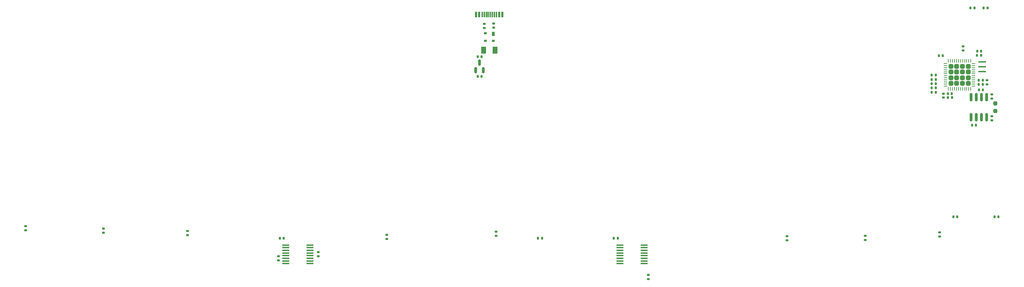
<source format=gbr>
%TF.GenerationSoftware,KiCad,Pcbnew,(7.0.0)*%
%TF.CreationDate,2024-01-20T18:02:58+01:00*%
%TF.ProjectId,oceanographer EC,6f636561-6e6f-4677-9261-706865722045,rev?*%
%TF.SameCoordinates,Original*%
%TF.FileFunction,Paste,Bot*%
%TF.FilePolarity,Positive*%
%FSLAX46Y46*%
G04 Gerber Fmt 4.6, Leading zero omitted, Abs format (unit mm)*
G04 Created by KiCad (PCBNEW (7.0.0)) date 2024-01-20 18:02:58*
%MOMM*%
%LPD*%
G01*
G04 APERTURE LIST*
G04 Aperture macros list*
%AMRoundRect*
0 Rectangle with rounded corners*
0 $1 Rounding radius*
0 $2 $3 $4 $5 $6 $7 $8 $9 X,Y pos of 4 corners*
0 Add a 4 corners polygon primitive as box body*
4,1,4,$2,$3,$4,$5,$6,$7,$8,$9,$2,$3,0*
0 Add four circle primitives for the rounded corners*
1,1,$1+$1,$2,$3*
1,1,$1+$1,$4,$5*
1,1,$1+$1,$6,$7*
1,1,$1+$1,$8,$9*
0 Add four rect primitives between the rounded corners*
20,1,$1+$1,$2,$3,$4,$5,0*
20,1,$1+$1,$4,$5,$6,$7,0*
20,1,$1+$1,$6,$7,$8,$9,0*
20,1,$1+$1,$8,$9,$2,$3,0*%
G04 Aperture macros list end*
%ADD10R,0.600000X1.450000*%
%ADD11R,0.300000X1.450000*%
%ADD12RoundRect,0.140000X-0.140000X-0.170000X0.140000X-0.170000X0.140000X0.170000X-0.140000X0.170000X0*%
%ADD13RoundRect,0.135000X0.135000X0.185000X-0.135000X0.185000X-0.135000X-0.185000X0.135000X-0.185000X0*%
%ADD14RoundRect,0.135000X-0.185000X0.135000X-0.185000X-0.135000X0.185000X-0.135000X0.185000X0.135000X0*%
%ADD15RoundRect,0.250000X0.315000X0.315000X-0.315000X0.315000X-0.315000X-0.315000X0.315000X-0.315000X0*%
%ADD16RoundRect,0.062500X0.375000X0.062500X-0.375000X0.062500X-0.375000X-0.062500X0.375000X-0.062500X0*%
%ADD17RoundRect,0.062500X0.062500X0.375000X-0.062500X0.375000X-0.062500X-0.375000X0.062500X-0.375000X0*%
%ADD18R,1.778000X0.419100*%
%ADD19RoundRect,0.135000X-0.135000X-0.185000X0.135000X-0.185000X0.135000X0.185000X-0.135000X0.185000X0*%
%ADD20RoundRect,0.135000X0.185000X-0.135000X0.185000X0.135000X-0.185000X0.135000X-0.185000X-0.135000X0*%
%ADD21RoundRect,0.140000X0.140000X0.170000X-0.140000X0.170000X-0.140000X-0.170000X0.140000X-0.170000X0*%
%ADD22RoundRect,0.250000X0.375000X0.625000X-0.375000X0.625000X-0.375000X-0.625000X0.375000X-0.625000X0*%
%ADD23RoundRect,0.140000X-0.170000X0.140000X-0.170000X-0.140000X0.170000X-0.140000X0.170000X0.140000X0*%
%ADD24RoundRect,0.150000X0.150000X-0.587500X0.150000X0.587500X-0.150000X0.587500X-0.150000X-0.587500X0*%
%ADD25RoundRect,0.150000X0.150000X-0.825000X0.150000X0.825000X-0.150000X0.825000X-0.150000X-0.825000X0*%
%ADD26RoundRect,0.237500X-0.237500X0.250000X-0.237500X-0.250000X0.237500X-0.250000X0.237500X0.250000X0*%
%ADD27R,0.700000X1.000000*%
%ADD28R,0.700000X0.600000*%
%ADD29R,1.900000X0.400000*%
G04 APERTURE END LIST*
D10*
%TO.C,USB1*%
X147587499Y-47659999D03*
X148362499Y-47659999D03*
D11*
X149062499Y-47659999D03*
X149562499Y-47659999D03*
X150062499Y-47659999D03*
X150562499Y-47659999D03*
X151062499Y-47659999D03*
X151562499Y-47659999D03*
X152062499Y-47659999D03*
X152562499Y-47659999D03*
D10*
X153262499Y-47659999D03*
X154037499Y-47659999D03*
%TD*%
D12*
%TO.C,C6*%
X270622513Y-64724252D03*
X271582513Y-64724252D03*
%TD*%
D13*
%TO.C,R1*%
X260123426Y-62443536D03*
X259103426Y-62443536D03*
%TD*%
D14*
%TO.C,R12*%
X56356250Y-100062500D03*
X56356250Y-101082500D03*
%TD*%
D12*
%TO.C,C2*%
X270188750Y-57662500D03*
X271148750Y-57662500D03*
%TD*%
D15*
%TO.C,U1*%
X268006250Y-64525000D03*
X268006250Y-63125000D03*
X268006250Y-61725000D03*
X268006250Y-60325000D03*
X266606250Y-64525000D03*
X266606250Y-63125000D03*
X266606250Y-61725000D03*
X266606250Y-60325000D03*
X265206250Y-64525000D03*
X265206250Y-63125000D03*
X265206250Y-61725000D03*
X265206250Y-60325000D03*
X263806250Y-64525000D03*
X263806250Y-63125000D03*
X263806250Y-61725000D03*
X263806250Y-60325000D03*
D16*
X269343750Y-59675000D03*
X269343750Y-60175000D03*
X269343750Y-60675000D03*
X269343750Y-61175000D03*
X269343750Y-61675000D03*
X269343750Y-62175000D03*
X269343750Y-62675000D03*
X269343750Y-63175000D03*
X269343750Y-63675000D03*
X269343750Y-64175000D03*
X269343750Y-64675000D03*
X269343750Y-65175000D03*
D17*
X268656250Y-65862500D03*
X268156250Y-65862500D03*
X267656250Y-65862500D03*
X267156250Y-65862500D03*
X266656250Y-65862500D03*
X266156250Y-65862500D03*
X265656250Y-65862500D03*
X265156250Y-65862500D03*
X264656250Y-65862500D03*
X264156250Y-65862500D03*
X263656250Y-65862500D03*
X263156250Y-65862500D03*
D16*
X262468750Y-65175000D03*
X262468750Y-64675000D03*
X262468750Y-64175000D03*
X262468750Y-63675000D03*
X262468750Y-63175000D03*
X262468750Y-62675000D03*
X262468750Y-62175000D03*
X262468750Y-61675000D03*
X262468750Y-61175000D03*
X262468750Y-60675000D03*
X262468750Y-60175000D03*
X262468750Y-59675000D03*
D17*
X263156250Y-58987500D03*
X263656250Y-58987500D03*
X264156250Y-58987500D03*
X264656250Y-58987500D03*
X265156250Y-58987500D03*
X265656250Y-58987500D03*
X266156250Y-58987500D03*
X266656250Y-58987500D03*
X267156250Y-58987500D03*
X267656250Y-58987500D03*
X268156250Y-58987500D03*
X268656250Y-58987500D03*
%TD*%
D18*
%TO.C,U5*%
X188711839Y-104089199D03*
X188711839Y-104739439D03*
X188711839Y-105389679D03*
X188711839Y-106039919D03*
X188711839Y-106685079D03*
X188711839Y-107335319D03*
X188711839Y-107985559D03*
X188711839Y-108635799D03*
X182763159Y-108635799D03*
X182763159Y-107985559D03*
X182763159Y-107335319D03*
X182763159Y-106685079D03*
X182763159Y-106039919D03*
X182763159Y-105389679D03*
X182763159Y-104739439D03*
X182763159Y-104089199D03*
%TD*%
D19*
%TO.C,R4*%
X259103426Y-64606109D03*
X260123426Y-64606109D03*
%TD*%
D13*
%TO.C,R17*%
X269591250Y-46037500D03*
X268571250Y-46037500D03*
%TD*%
%TO.C,R2*%
X260123426Y-66701925D03*
X259103426Y-66701925D03*
%TD*%
D20*
%TO.C,R7*%
X272616759Y-64764304D03*
X272616759Y-63744304D03*
%TD*%
D19*
%TO.C,R8*%
X263021704Y-67981250D03*
X264041704Y-67981250D03*
%TD*%
D12*
%TO.C,C9*%
X147951250Y-62795007D03*
X148911250Y-62795007D03*
%TD*%
D14*
%TO.C,R19*%
X189706250Y-111408750D03*
X189706250Y-112428750D03*
%TD*%
%TO.C,R23*%
X242832727Y-101870075D03*
X242832727Y-102890075D03*
%TD*%
%TO.C,R21*%
X152489007Y-100833403D03*
X152489007Y-101853403D03*
%TD*%
D21*
%TO.C,C8*%
X148911250Y-57943750D03*
X147951250Y-57943750D03*
%TD*%
D14*
%TO.C,R13*%
X37349771Y-99442575D03*
X37349771Y-100462575D03*
%TD*%
D12*
%TO.C,C7*%
X270623981Y-63783431D03*
X271583981Y-63783431D03*
%TD*%
%TO.C,C13*%
X181288750Y-102393750D03*
X182248750Y-102393750D03*
%TD*%
D22*
%TO.C,F_USBC1*%
X152212500Y-56356250D03*
X149412500Y-56356250D03*
%TD*%
D14*
%TO.C,R25*%
X273843750Y-72517500D03*
X273843750Y-73537500D03*
%TD*%
%TO.C,R9*%
X151880851Y-49864394D03*
X151880851Y-50884394D03*
%TD*%
D13*
%TO.C,R16*%
X272766250Y-46037500D03*
X271746250Y-46037500D03*
%TD*%
D12*
%TO.C,C11*%
X274455518Y-97212614D03*
X275415518Y-97212614D03*
%TD*%
D23*
%TO.C,C3*%
X261958130Y-67016434D03*
X261958130Y-67976434D03*
%TD*%
D24*
%TO.C,U2*%
X149381250Y-61262500D03*
X147481250Y-61262500D03*
X148431250Y-59387500D03*
%TD*%
D21*
%TO.C,C4*%
X261819951Y-57765772D03*
X260859951Y-57765772D03*
%TD*%
%TO.C,C12*%
X265343805Y-97212614D03*
X264383805Y-97212614D03*
%TD*%
D25*
%TO.C,U6*%
X272573750Y-72837500D03*
X271303750Y-72837500D03*
X270033750Y-72837500D03*
X268763750Y-72837500D03*
X268763750Y-67887500D03*
X270033750Y-67887500D03*
X271303750Y-67887500D03*
X272573750Y-67887500D03*
%TD*%
D12*
%TO.C,C14*%
X268988631Y-74769963D03*
X269948631Y-74769963D03*
%TD*%
D14*
%TO.C,R26*%
X261013719Y-100970265D03*
X261013719Y-101990265D03*
%TD*%
D26*
%TO.C,JP1*%
X274637500Y-71275000D03*
X274637500Y-69450000D03*
%TD*%
D14*
%TO.C,R22*%
X223639054Y-101941694D03*
X223639054Y-102961694D03*
%TD*%
%TO.C,R11*%
X76993750Y-100654803D03*
X76993750Y-101674803D03*
%TD*%
D19*
%TO.C,R5*%
X259103426Y-63556231D03*
X260123426Y-63556231D03*
%TD*%
D27*
%TO.C,D1*%
X151812499Y-52431249D03*
D28*
X151812499Y-54131249D03*
X149812499Y-54131249D03*
X149812499Y-52231249D03*
%TD*%
D12*
%TO.C,C10*%
X99532500Y-102393750D03*
X100492500Y-102393750D03*
%TD*%
%TO.C,C15*%
X270635746Y-66082656D03*
X271595746Y-66082656D03*
%TD*%
D21*
%TO.C,C1*%
X264005000Y-67006500D03*
X263045000Y-67006500D03*
%TD*%
D20*
%TO.C,R6*%
X149563877Y-50923798D03*
X149563877Y-49903798D03*
%TD*%
D14*
%TO.C,R14*%
X99218750Y-106796975D03*
X99218750Y-107816975D03*
%TD*%
D12*
%TO.C,C5*%
X270203691Y-56633145D03*
X271163691Y-56633145D03*
%TD*%
D20*
%TO.C,R24*%
X273843750Y-68207500D03*
X273843750Y-67187500D03*
%TD*%
%TO.C,R15*%
X108961023Y-106872499D03*
X108961023Y-105852499D03*
%TD*%
D13*
%TO.C,R20*%
X163738750Y-102393750D03*
X162718750Y-102393750D03*
%TD*%
D20*
%TO.C,R10*%
X266793750Y-56491250D03*
X266793750Y-55471250D03*
%TD*%
D29*
%TO.C,Y1*%
X271462499Y-59231249D03*
X271462499Y-60431249D03*
X271462499Y-61631249D03*
%TD*%
D18*
%TO.C,U3*%
X106955589Y-104089199D03*
X106955589Y-104739439D03*
X106955589Y-105389679D03*
X106955589Y-106039919D03*
X106955589Y-106685079D03*
X106955589Y-107335319D03*
X106955589Y-107985559D03*
X106955589Y-108635799D03*
X101006909Y-108635799D03*
X101006909Y-107985559D03*
X101006909Y-107335319D03*
X101006909Y-106685079D03*
X101006909Y-106039919D03*
X101006909Y-105389679D03*
X101006909Y-104739439D03*
X101006909Y-104089199D03*
%TD*%
D14*
%TO.C,R18*%
X125752100Y-101560183D03*
X125752100Y-102580183D03*
%TD*%
D13*
%TO.C,R3*%
X260123426Y-65634562D03*
X259103426Y-65634562D03*
%TD*%
M02*

</source>
